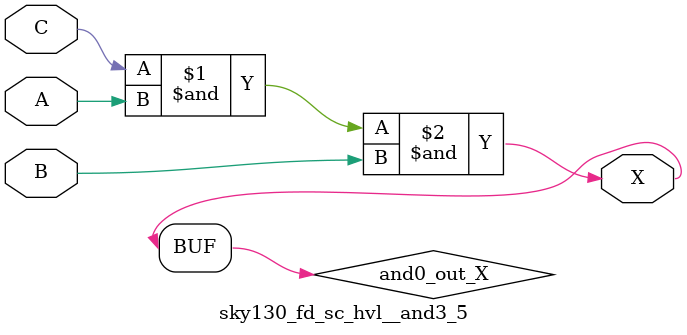
<source format=v>
module sky130_fd_sc_hvl__and3_5 (
    X,
    A,
    B,
    C
);
    output X;
    input  A;
    input  B;
    input  C;
    wire and0_out_X;
    and and0 (and0_out_X, C, A, B        );
    buf buf0 (X         , and0_out_X     );
endmodule
</source>
